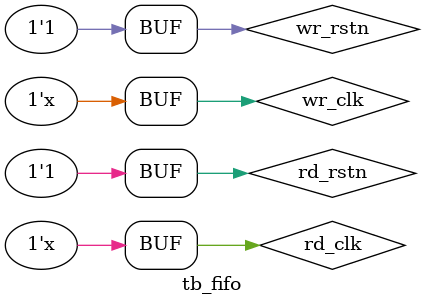
<source format=v>
`timescale 1ns/1ps
`define HALF_CLK_PERIOD_RD 18
// `define HALF_CLK_PERIOD_WR 18
`define HALF_CLK_PERIOD_WR 5

module tb_fifo;

    parameter                           FIFO_DEPTH      =   8   ;
    parameter                           FIFO_DAT_WD     =   4   ;
    parameter                           FIFO_ADDR_WD    =   3   ;


    reg                                 wr_clk      ;
    reg                                 wr_rstn     ;
    reg     [FIFO_DAT_WD    -1:0]       wr_dat_i    ;
    wire                                wr_en_i     ;
    reg                                 rd_clk      ;
    reg                                 rd_rstn     ;
    wire    [FIFO_DAT_WD    -1:0]       rd_dat_o    ;
    wire                                rd_en_i     ;

    fifo #(.FIFO_DEPTH(FIFO_DEPTH), .FIFO_DAT_WD(FIFO_DAT_WD), .FIFO_ADDR_WD(FIFO_ADDR_WD)) fifo(
        .wr_clk     (   wr_clk      ),
        .wr_rstn    (   wr_rstn     ),
        .wr_dat_i   (   wr_dat_i    ),
        .wr_en_i    (   wr_en_i     ),
        .rd_clk     (   rd_clk      ),
        .rd_rstn    (   rd_rstn     ),
        .rd_dat_o   (   rd_dat_o    ),
        .rd_en_i    (   rd_en_i     ) 
    );

    // reg     [64             -1:0]       rd_en_i_array   = 64'b0100000000000000000000000000000001010101010101010101010101010101;
    reg     [64             -1:0]       rd_en_i_array   = 64'b0101010101010101010101010101010101010101010101010101010101010101;
    // reg     [64             -1:0]       wr_en_i_array   = 64'b0000001010101010101010101010101010101010101010101010101010101010;
    reg     [64             -1:0]       wr_en_i_array   = 64'b0000101010101010101010101010101000000000000000000000000000000000;

    assign  rd_en_i         = rd_en_i_array     [64 -1] ;
    assign  wr_en_i         = wr_en_i_array     [64 -1] ;

    initial begin
        rd_clk = 1'b0;
        wr_clk = 1'b0;
    end

    always #(`HALF_CLK_PERIOD_RD) rd_clk = ~rd_clk;
    always #(`HALF_CLK_PERIOD_WR) wr_clk = ~wr_clk;

    initial begin
        rd_rstn = 1'b0;
        wr_rstn = 1'b0;
        #21;
        rd_rstn = 1'b1;
        wr_rstn = 1'b1;
    end

    always@(posedge rd_clk) begin
        if(rd_rstn) begin
            rd_en_i_array   = rd_en_i_array     << 1;
        end
    end

    always@(posedge wr_clk) begin
        if(wr_rstn) begin
            wr_en_i_array   = wr_en_i_array     << 1;
        end
    end

    always @(posedge wr_clk or negedge wr_rstn) begin
        if(~wr_rstn) begin
            wr_dat_i = 0;
        end
        else begin
            wr_dat_i = wr_dat_i + 1'b1;
        end
    end

endmodule
</source>
